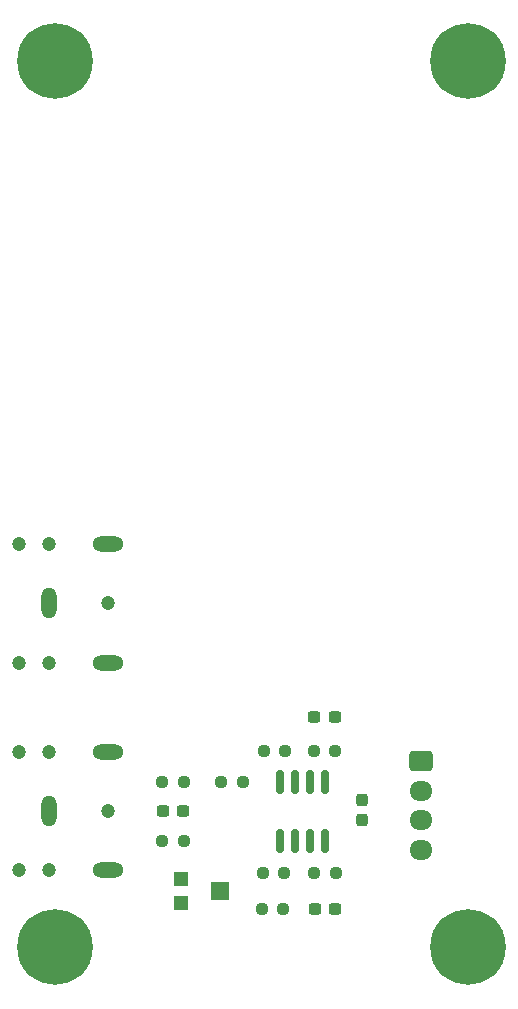
<source format=gts>
G04 #@! TF.GenerationSoftware,KiCad,Pcbnew,(6.0.0)*
G04 #@! TF.CreationDate,2022-04-12T03:55:14+02:00*
G04 #@! TF.ProjectId,input_stage,696e7075-745f-4737-9461-67652e6b6963,rev?*
G04 #@! TF.SameCoordinates,Original*
G04 #@! TF.FileFunction,Soldermask,Top*
G04 #@! TF.FilePolarity,Negative*
%FSLAX46Y46*%
G04 Gerber Fmt 4.6, Leading zero omitted, Abs format (unit mm)*
G04 Created by KiCad (PCBNEW (6.0.0)) date 2022-04-12 03:55:14*
%MOMM*%
%LPD*%
G01*
G04 APERTURE LIST*
G04 Aperture macros list*
%AMRoundRect*
0 Rectangle with rounded corners*
0 $1 Rounding radius*
0 $2 $3 $4 $5 $6 $7 $8 $9 X,Y pos of 4 corners*
0 Add a 4 corners polygon primitive as box body*
4,1,4,$2,$3,$4,$5,$6,$7,$8,$9,$2,$3,0*
0 Add four circle primitives for the rounded corners*
1,1,$1+$1,$2,$3*
1,1,$1+$1,$4,$5*
1,1,$1+$1,$6,$7*
1,1,$1+$1,$8,$9*
0 Add four rect primitives between the rounded corners*
20,1,$1+$1,$2,$3,$4,$5,0*
20,1,$1+$1,$4,$5,$6,$7,0*
20,1,$1+$1,$6,$7,$8,$9,0*
20,1,$1+$1,$8,$9,$2,$3,0*%
G04 Aperture macros list end*
%ADD10R,1.200000X1.200000*%
%ADD11R,1.500000X1.600000*%
%ADD12RoundRect,0.237500X-0.250000X-0.237500X0.250000X-0.237500X0.250000X0.237500X-0.250000X0.237500X0*%
%ADD13RoundRect,0.237500X0.300000X0.237500X-0.300000X0.237500X-0.300000X-0.237500X0.300000X-0.237500X0*%
%ADD14RoundRect,0.237500X0.237500X-0.300000X0.237500X0.300000X-0.237500X0.300000X-0.237500X-0.300000X0*%
%ADD15C,1.200000*%
%ADD16O,1.308000X2.616000*%
%ADD17O,2.616000X1.308000*%
%ADD18RoundRect,0.237500X-0.300000X-0.237500X0.300000X-0.237500X0.300000X0.237500X-0.300000X0.237500X0*%
%ADD19RoundRect,0.150000X-0.150000X0.825000X-0.150000X-0.825000X0.150000X-0.825000X0.150000X0.825000X0*%
%ADD20RoundRect,0.250000X-0.725000X0.600000X-0.725000X-0.600000X0.725000X-0.600000X0.725000X0.600000X0*%
%ADD21O,1.950000X1.700000*%
%ADD22C,6.400000*%
%ADD23RoundRect,0.237500X0.250000X0.237500X-0.250000X0.237500X-0.250000X-0.237500X0.250000X-0.237500X0*%
G04 APERTURE END LIST*
D10*
X94450000Y-118500000D03*
X94450000Y-120500000D03*
D11*
X97700000Y-119500000D03*
D12*
X101425000Y-107600000D03*
X103250000Y-107600000D03*
D13*
X107450000Y-104750000D03*
X105725000Y-104750000D03*
D14*
X109750000Y-113500000D03*
X109750000Y-111775000D03*
D12*
X107500000Y-107600000D03*
X105675000Y-107600000D03*
D15*
X83250000Y-100150000D03*
X80750000Y-90150000D03*
X80750000Y-100150000D03*
X88250000Y-95150000D03*
X83250000Y-90150000D03*
D16*
X83250000Y-95150000D03*
D17*
X88250000Y-100150000D03*
X88250000Y-90150000D03*
D12*
X103187500Y-118000000D03*
X101362500Y-118000000D03*
X94662500Y-115250000D03*
X92837500Y-115250000D03*
X103100000Y-121000000D03*
X101275000Y-121000000D03*
D18*
X94612500Y-112750000D03*
X92887500Y-112750000D03*
X107475000Y-121000000D03*
X105750000Y-121000000D03*
D12*
X94662500Y-110250000D03*
X92837500Y-110250000D03*
X99662500Y-110250000D03*
X97837500Y-110250000D03*
D19*
X106655000Y-115225000D03*
X105385000Y-115225000D03*
X104115000Y-115225000D03*
X102845000Y-115225000D03*
X102845000Y-110275000D03*
X104115000Y-110275000D03*
X105385000Y-110275000D03*
X106655000Y-110275000D03*
D20*
X114717500Y-108500000D03*
D21*
X114717500Y-111000000D03*
X114717500Y-113500000D03*
X114717500Y-116000000D03*
D22*
X83750000Y-49250000D03*
X83750000Y-124250000D03*
D23*
X105700000Y-118000000D03*
X107525000Y-118000000D03*
D15*
X83250000Y-107732500D03*
X80750000Y-117732500D03*
X83250000Y-117732500D03*
X88250000Y-112732500D03*
X80750000Y-107732500D03*
D16*
X83250000Y-112732500D03*
D17*
X88250000Y-117732500D03*
X88250000Y-107732500D03*
D22*
X118750000Y-49250000D03*
X118750000Y-124250000D03*
M02*

</source>
